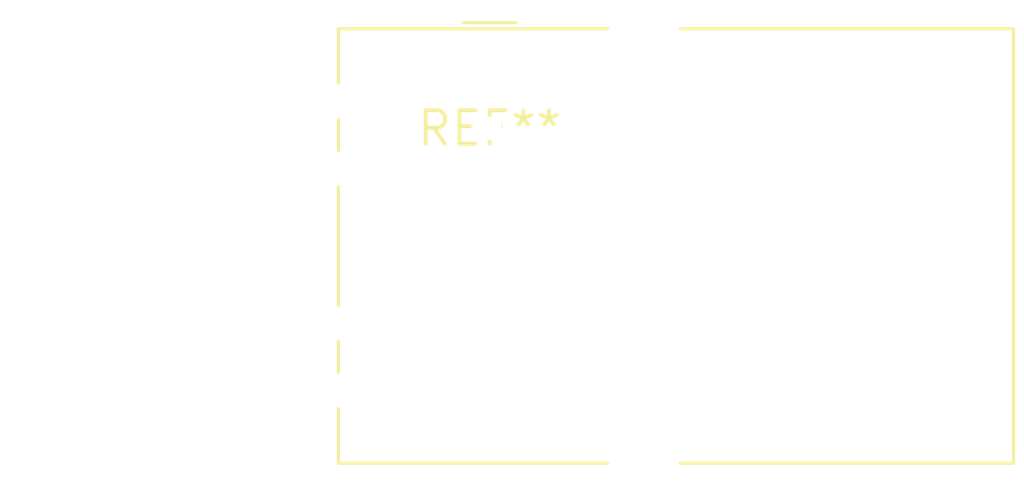
<source format=kicad_pcb>
(kicad_pcb (version 20240108) (generator pcbnew)
  (layers (0 "F.Cu" signal) (31 "B.Cu" signal) (34 "B.Paste" user) (35 "F.Paste" user) (36 "B.SilkS" user "B.Silkscreen") (37 "F.SilkS" user "F.Silkscreen") (38 "B.Mask" user) (39 "F.Mask" user) (44 "Edge.Cuts" user))
  (net 0 "")
  (footprint "RJ45_Wuerth_7499010121A_Horizontal" (layer "F.Cu") (at 0 0)
    (property "Reference" "REF**")
    (property "Value" "RJ45_Wuerth_7499010121A_Horizontal")
    (fp_line (start -5.72 -3.765) (end -5.72 -1.7) (layer "F.SilkS") (stroke (width 0.12)))
    (fp_line (start -5.72 0.84) (end -5.72 -0.34) (layer "F.SilkS") (stroke (width 0.12)))
    (fp_line (start -5.72 6.69) (end -5.72 2.2) (layer "F.SilkS") (stroke (width 0.12)))
    (fp_line (start -5.72 9.23) (end -5.72 8.05) (layer "F.SilkS") (stroke (width 0.12)))
    (fp_line (start -5.72 10.59) (end -5.72 12.655) (layer "F.SilkS") (stroke (width 0.12)))
    (fp_line (start -5.72 12.655) (end 4.47 12.655) (layer "F.SilkS") (stroke (width 0.12)))
    (fp_line (start -1 -4) (end 1 -4) (layer "F.SilkS") (stroke (width 0.12)))
    (fp_line (start 4.47 -3.765) (end -5.72 -3.765) (layer "F.SilkS") (stroke (width 0.12)))
    (fp_line (start 7.21 12.655) (end 19.8 12.655) (layer "F.SilkS") (stroke (width 0.12)))
    (fp_line (start 19.8 -3.765) (end 7.21 -3.765) (layer "F.SilkS") (stroke (width 0.12)))
    (fp_line (start 19.8 12.655) (end 19.8 -3.765) (layer "F.SilkS") (stroke (width 0.12)))
    (pad "" np_thru_hole circle (at 8.89 -1.27 90) (size 3.25 3.25) (drill 3.25) (layers *.Cu *.Mask))
    (pad "" np_thru_hole circle (at 8.89 10.16 90) (size 3.25 3.25) (drill 3.25) (layers *.Cu *.Mask))
    (pad "1" thru_hole roundrect (at 0 0 90) (size 1.6 1.6) (drill 0.9) (layers *.Cu *.Mask) (remove_unused_layers) (roundrect_rratio 0.155))
    (pad "2" thru_hole circle (at 2.54 1.27 90) (size 1.6 1.6) (drill 0.9) (layers *.Cu *.Mask) (remove_unused_layers))
    (pad "3" thru_hole circle (at 0 2.54 90) (size 1.6 1.6) (drill 0.9) (layers *.Cu *.Mask) (remove_unused_layers))
    (pad "4" thru_hole circle (at 2.54 3.81 90) (size 1.6 1.6) (drill 0.9) (layers *.Cu *.Mask) (remove_unused_layers))
    (pad "5" thru_hole circle (at 0 5.08 90) (size 1.6 1.6) (drill 0.9) (layers *.Cu *.Mask) (remove_unused_layers))
    (pad "6" thru_hole circle (at 2.54 6.35 90) (size 1.6 1.6) (drill 0.9) (layers *.Cu *.Mask) (remove_unused_layers))
    (pad "7" thru_hole circle (at 0 7.62 90) (size 1.6 1.6) (drill 0.9) (layers *.Cu *.Mask) (remove_unused_layers))
    (pad "8" thru_hole circle (at 2.54 8.89 90) (size 1.6 1.6) (drill 0.9) (layers *.Cu *.Mask) (remove_unused_layers))
    (pad "9" thru_hole circle (at -4.83 -1.02 90) (size 1.72 1.72) (drill 1.02) (layers *.Cu *.Mask) (remove_unused_layers))
    (pad "10" thru_hole circle (at -4.83 1.52 90) (size 1.72 1.72) (drill 1.02) (layers *.Cu *.Mask) (remove_unused_layers))
    (pad "11" thru_hole circle (at -4.83 7.37 90) (size 1.72 1.72) (drill 1.02) (layers *.Cu *.Mask) (remove_unused_layers))
    (pad "12" thru_hole circle (at -4.83 9.91 90) (size 1.72 1.72) (drill 1.02) (layers *.Cu *.Mask) (remove_unused_layers))
    (pad "SH" thru_hole circle (at 5.84 -3.455 90) (size 2.2 2.2) (drill 1.6) (layers *.Cu *.Mask) (remove_unused_layers))
    (pad "SH" thru_hole circle (at 5.84 12.345 90) (size 2.2 2.2) (drill 1.6) (layers *.Cu *.Mask) (remove_unused_layers))
  )
)
</source>
